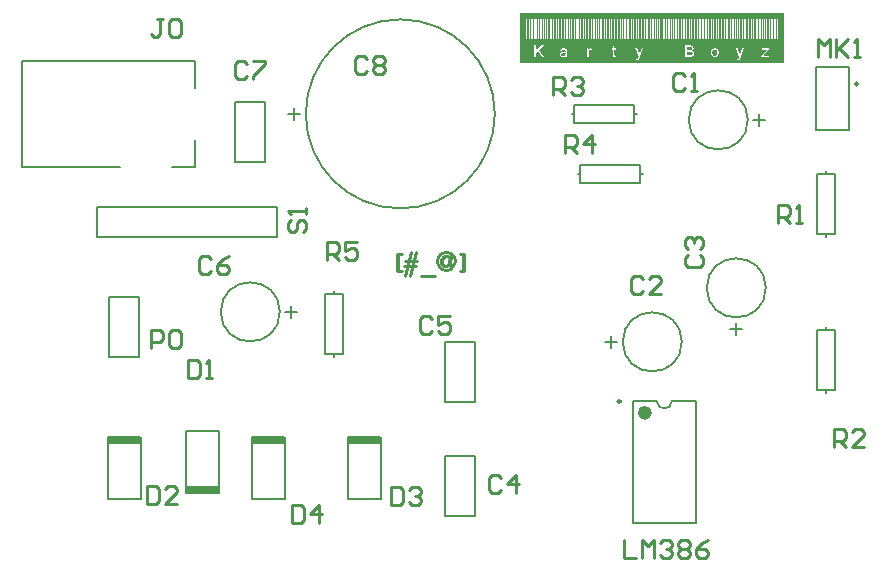
<source format=gto>
%FSLAX24Y24*%
%MOIN*%
G70*
G01*
G75*
%ADD10C,0.0100*%
%ADD11C,0.0394*%
%ADD12C,0.0551*%
%ADD13C,0.0591*%
%ADD14R,0.0591X0.0591*%
%ADD15O,0.0591X0.1575*%
%ADD16O,0.1575X0.0591*%
%ADD17O,0.0591X0.1772*%
%ADD18O,0.1575X0.0787*%
%ADD19O,0.0787X0.1575*%
%ADD20O,0.0787X0.1772*%
%ADD21R,0.0492X0.0492*%
%ADD22C,0.0492*%
%ADD23R,0.0492X0.0492*%
%ADD24R,0.0728X0.0728*%
%ADD25C,0.0728*%
%ADD26C,0.0472*%
%ADD27C,0.0787*%
%ADD28R,0.0787X0.0787*%
%ADD29R,0.0591X0.0591*%
%ADD30C,0.0079*%
%ADD31C,0.0098*%
%ADD32C,0.0236*%
%ADD33C,0.0059*%
%ADD34R,0.1102X0.0315*%
G36*
X44000Y47300D02*
X35200D01*
Y48950D01*
X44000D01*
Y47300D01*
D02*
G37*
%LPC*%
G36*
X37688Y48750D02*
X37619D01*
Y48097D01*
X37688D01*
Y48750D01*
D02*
G37*
G36*
X37585D02*
X37551D01*
Y48097D01*
X37585D01*
Y48750D01*
D02*
G37*
G36*
X37483D02*
X37449D01*
Y48097D01*
X37483D01*
Y48750D01*
D02*
G37*
G36*
X37927D02*
X37859D01*
Y48097D01*
X37927D01*
Y48750D01*
D02*
G37*
G36*
X37824D02*
X37790D01*
Y48097D01*
X37824D01*
Y48750D01*
D02*
G37*
G36*
X37756D02*
X37722D01*
Y48097D01*
X37756D01*
Y48750D01*
D02*
G37*
G36*
X37141D02*
X37073D01*
Y48097D01*
X37141D01*
Y48750D01*
D02*
G37*
G36*
X37039D02*
X37005D01*
Y48097D01*
X37039D01*
Y48750D01*
D02*
G37*
G36*
X36937D02*
X36902D01*
Y48097D01*
X36937D01*
Y48750D01*
D02*
G37*
G36*
X37380D02*
X37346D01*
Y48097D01*
X37380D01*
Y48750D01*
D02*
G37*
G36*
X37312D02*
X37278D01*
Y48097D01*
X37312D01*
Y48750D01*
D02*
G37*
G36*
X37210D02*
X37176D01*
Y48097D01*
X37210D01*
Y48750D01*
D02*
G37*
G36*
X38029D02*
X37995D01*
Y48097D01*
X38029D01*
Y48750D01*
D02*
G37*
G36*
X38815D02*
X38746D01*
Y48097D01*
X38815D01*
Y48750D01*
D02*
G37*
G36*
X38712D02*
X38644D01*
Y48097D01*
X38712D01*
Y48750D01*
D02*
G37*
G36*
X38610D02*
X38576D01*
Y48097D01*
X38610D01*
Y48750D01*
D02*
G37*
G36*
X39088D02*
X39054D01*
Y48097D01*
X39088D01*
Y48750D01*
D02*
G37*
G36*
X38985D02*
X38951D01*
Y48097D01*
X38985D01*
Y48750D01*
D02*
G37*
G36*
X38917D02*
X38883D01*
Y48097D01*
X38917D01*
Y48750D01*
D02*
G37*
G36*
X38268D02*
X38234D01*
Y48097D01*
X38268D01*
Y48750D01*
D02*
G37*
G36*
X38200D02*
X38166D01*
Y48097D01*
X38200D01*
Y48750D01*
D02*
G37*
G36*
X38098D02*
X38063D01*
Y48097D01*
X38098D01*
Y48750D01*
D02*
G37*
G36*
X38541D02*
X38507D01*
Y48097D01*
X38541D01*
Y48750D01*
D02*
G37*
G36*
X38473D02*
X38439D01*
Y48097D01*
X38473D01*
Y48750D01*
D02*
G37*
G36*
X38371D02*
X38337D01*
Y48097D01*
X38371D01*
Y48750D01*
D02*
G37*
G36*
X36868D02*
X36834D01*
Y48097D01*
X36868D01*
Y48750D01*
D02*
G37*
G36*
X37535Y47785D02*
X37531D01*
X37525Y47784D01*
X37519Y47783D01*
X37514Y47782D01*
X37509Y47780D01*
X37506Y47778D01*
X37503Y47776D01*
X37501Y47776D01*
X37500Y47775D01*
X37495Y47771D01*
X37490Y47765D01*
X37485Y47758D01*
X37480Y47751D01*
X37477Y47745D01*
X37473Y47741D01*
X37472Y47738D01*
X37471Y47737D01*
X37471Y47736D01*
Y47779D01*
X37428D01*
Y47500D01*
X37475D01*
Y47645D01*
X37476Y47656D01*
X37476Y47667D01*
X37478Y47675D01*
X37479Y47684D01*
X37480Y47691D01*
X37482Y47695D01*
X37482Y47698D01*
Y47699D01*
X37483Y47699D01*
Y47700D01*
X37485Y47706D01*
X37488Y47711D01*
X37491Y47716D01*
X37494Y47719D01*
X37496Y47722D01*
X37498Y47724D01*
X37500Y47726D01*
X37500Y47726D01*
X37505Y47729D01*
X37510Y47731D01*
X37515Y47733D01*
X37519Y47734D01*
X37523Y47735D01*
X37526Y47736D01*
X37528D01*
X37535Y47735D01*
X37541Y47734D01*
X37547Y47733D01*
X37552Y47730D01*
X37557Y47729D01*
X37560Y47727D01*
X37562Y47726D01*
X37563Y47726D01*
X37580Y47769D01*
X37570Y47774D01*
X37562Y47778D01*
X37553Y47780D01*
X37546Y47783D01*
X37540Y47783D01*
X37535Y47785D01*
D02*
G37*
G36*
X35974Y47884D02*
X35905D01*
X35714Y47694D01*
Y47884D01*
X35663D01*
Y47500D01*
X35714D01*
Y47633D01*
X35777Y47694D01*
X35914Y47500D01*
X35981D01*
X35813Y47728D01*
X35974Y47884D01*
D02*
G37*
G36*
X42652Y47779D02*
X42605D01*
X42546Y47616D01*
X42542Y47604D01*
X42538Y47593D01*
X42534Y47583D01*
X42531Y47573D01*
X42529Y47565D01*
X42528Y47561D01*
X42527Y47558D01*
X42527Y47556D01*
X42526Y47554D01*
X42526Y47554D01*
Y47553D01*
X42522Y47565D01*
X42519Y47578D01*
X42515Y47589D01*
X42512Y47598D01*
X42510Y47606D01*
X42509Y47610D01*
X42508Y47612D01*
X42507Y47614D01*
X42506Y47616D01*
X42506Y47617D01*
Y47618D01*
X42447Y47779D01*
X42397D01*
X42503Y47500D01*
X42501Y47495D01*
X42500Y47491D01*
X42499Y47489D01*
X42499Y47488D01*
X42497Y47484D01*
X42495Y47479D01*
X42492Y47471D01*
X42490Y47465D01*
X42488Y47460D01*
X42486Y47456D01*
X42485Y47455D01*
X42484Y47453D01*
Y47453D01*
X42479Y47446D01*
X42474Y47442D01*
X42472Y47441D01*
X42470Y47439D01*
X42469Y47439D01*
X42469D01*
X42465Y47436D01*
X42461Y47435D01*
X42453Y47434D01*
X42449D01*
X42446Y47433D01*
X42444D01*
X42435Y47434D01*
X42430Y47435D01*
X42426Y47435D01*
X42423Y47436D01*
X42420Y47437D01*
X42418Y47438D01*
X42417D01*
X42422Y47393D01*
X42428Y47392D01*
X42434Y47390D01*
X42439Y47389D01*
X42444Y47389D01*
X42447Y47388D01*
X42450Y47387D01*
X42453D01*
X42461Y47388D01*
X42468Y47389D01*
X42475Y47391D01*
X42480Y47393D01*
X42485Y47395D01*
X42488Y47397D01*
X42491Y47398D01*
X42491Y47399D01*
X42497Y47403D01*
X42503Y47408D01*
X42508Y47414D01*
X42512Y47420D01*
X42515Y47425D01*
X42518Y47429D01*
X42520Y47432D01*
X42520Y47432D01*
X42522Y47436D01*
X42524Y47440D01*
X42528Y47449D01*
X42533Y47460D01*
X42537Y47470D01*
X42541Y47480D01*
X42543Y47484D01*
X42544Y47488D01*
X42545Y47491D01*
X42546Y47494D01*
X42547Y47495D01*
Y47495D01*
X42652Y47779D01*
D02*
G37*
G36*
X35639Y48750D02*
X35571D01*
Y48097D01*
X35639D01*
Y48750D01*
D02*
G37*
G36*
X35537D02*
X35502D01*
Y48097D01*
X35537D01*
Y48750D01*
D02*
G37*
G36*
X35434D02*
X35400D01*
Y48097D01*
X35434D01*
Y48750D01*
D02*
G37*
G36*
X36656Y47785D02*
X36647D01*
X36634Y47784D01*
X36622Y47783D01*
X36611Y47782D01*
X36602Y47779D01*
X36594Y47778D01*
X36591Y47777D01*
X36588Y47776D01*
X36586Y47776D01*
X36585Y47775D01*
X36584Y47775D01*
X36583D01*
X36574Y47771D01*
X36565Y47766D01*
X36558Y47762D01*
X36552Y47757D01*
X36548Y47752D01*
X36544Y47750D01*
X36542Y47748D01*
X36542Y47747D01*
X36537Y47740D01*
X36532Y47731D01*
X36529Y47723D01*
X36526Y47716D01*
X36524Y47709D01*
X36522Y47704D01*
X36522Y47702D01*
Y47701D01*
X36521Y47699D01*
Y47699D01*
X36567Y47692D01*
X36570Y47702D01*
X36574Y47712D01*
X36578Y47719D01*
X36582Y47724D01*
X36585Y47729D01*
X36588Y47731D01*
X36590Y47733D01*
X36590Y47733D01*
X36597Y47737D01*
X36605Y47741D01*
X36613Y47743D01*
X36621Y47744D01*
X36628Y47745D01*
X36634Y47745D01*
X36640D01*
X36652Y47745D01*
X36663Y47743D01*
X36672Y47741D01*
X36680Y47737D01*
X36686Y47734D01*
X36690Y47732D01*
X36693Y47730D01*
X36694Y47730D01*
X36698Y47724D01*
X36702Y47718D01*
X36704Y47712D01*
X36706Y47705D01*
X36707Y47698D01*
X36707Y47693D01*
Y47691D01*
Y47690D01*
Y47689D01*
Y47688D01*
Y47688D01*
Y47685D01*
Y47681D01*
X36707Y47680D01*
Y47678D01*
Y47677D01*
Y47677D01*
X36701Y47675D01*
X36695Y47673D01*
X36682Y47670D01*
X36668Y47667D01*
X36655Y47664D01*
X36648Y47663D01*
X36642Y47663D01*
X36637Y47662D01*
X36632Y47661D01*
X36628Y47660D01*
X36625D01*
X36623Y47660D01*
X36623D01*
X36613Y47659D01*
X36604Y47657D01*
X36597Y47656D01*
X36591Y47655D01*
X36587Y47655D01*
X36583Y47653D01*
X36581Y47653D01*
X36581D01*
X36574Y47651D01*
X36567Y47649D01*
X36562Y47646D01*
X36557Y47643D01*
X36553Y47641D01*
X36549Y47639D01*
X36547Y47638D01*
X36547Y47638D01*
X36541Y47634D01*
X36537Y47629D01*
X36532Y47625D01*
X36529Y47621D01*
X36526Y47617D01*
X36524Y47614D01*
X36523Y47611D01*
X36522Y47611D01*
X36519Y47604D01*
X36517Y47597D01*
X36515Y47591D01*
X36514Y47586D01*
X36514Y47580D01*
X36513Y47576D01*
Y47574D01*
Y47573D01*
X36514Y47566D01*
X36514Y47561D01*
X36517Y47550D01*
X36521Y47540D01*
X36526Y47531D01*
X36530Y47525D01*
X36534Y47520D01*
X36537Y47517D01*
X36537Y47516D01*
X36538Y47516D01*
X36543Y47512D01*
X36548Y47509D01*
X36559Y47503D01*
X36571Y47499D01*
X36582Y47497D01*
X36592Y47495D01*
X36597Y47495D01*
X36601D01*
X36604Y47494D01*
X36608D01*
X36618Y47495D01*
X36628Y47495D01*
X36637Y47497D01*
X36644Y47498D01*
X36651Y47500D01*
X36656Y47502D01*
X36657Y47502D01*
X36659Y47502D01*
X36659Y47503D01*
X36660D01*
X36669Y47507D01*
X36678Y47512D01*
X36687Y47517D01*
X36694Y47523D01*
X36701Y47527D01*
X36706Y47531D01*
X36708Y47533D01*
X36710Y47534D01*
X36710Y47535D01*
X36711D01*
X36712Y47527D01*
X36713Y47521D01*
X36714Y47515D01*
X36716Y47510D01*
X36717Y47505D01*
X36719Y47502D01*
X36719Y47501D01*
X36720Y47500D01*
X36769D01*
X36766Y47506D01*
X36764Y47512D01*
X36762Y47517D01*
X36760Y47523D01*
X36759Y47527D01*
X36758Y47530D01*
X36757Y47533D01*
Y47533D01*
X36757Y47537D01*
X36756Y47542D01*
Y47547D01*
X36756Y47554D01*
X36755Y47568D01*
Y47582D01*
X36755Y47589D01*
Y47595D01*
Y47601D01*
Y47606D01*
Y47611D01*
Y47614D01*
Y47616D01*
Y47617D01*
Y47680D01*
Y47691D01*
X36754Y47699D01*
X36754Y47707D01*
Y47713D01*
X36753Y47717D01*
X36753Y47720D01*
X36752Y47723D01*
Y47723D01*
X36750Y47730D01*
X36748Y47736D01*
X36746Y47741D01*
X36743Y47746D01*
X36741Y47750D01*
X36739Y47752D01*
X36738Y47754D01*
X36737Y47755D01*
X36733Y47759D01*
X36728Y47764D01*
X36722Y47767D01*
X36717Y47770D01*
X36712Y47772D01*
X36708Y47775D01*
X36705Y47776D01*
X36705Y47776D01*
X36704D01*
X36695Y47779D01*
X36686Y47781D01*
X36676Y47783D01*
X36667Y47783D01*
X36659Y47784D01*
X36656Y47785D01*
D02*
G37*
G36*
X38339Y47875D02*
X38292Y47847D01*
Y47779D01*
X38257D01*
Y47742D01*
X38292D01*
Y47582D01*
Y47574D01*
X38292Y47567D01*
Y47561D01*
X38293Y47555D01*
X38293Y47550D01*
X38294Y47545D01*
X38294Y47541D01*
X38295Y47537D01*
X38296Y47532D01*
X38296Y47529D01*
X38297Y47526D01*
Y47526D01*
X38300Y47521D01*
X38303Y47517D01*
X38306Y47513D01*
X38310Y47510D01*
X38313Y47508D01*
X38315Y47506D01*
X38317Y47505D01*
X38317Y47505D01*
X38323Y47502D01*
X38329Y47500D01*
X38336Y47498D01*
X38342Y47498D01*
X38348Y47497D01*
X38353Y47497D01*
X38357D01*
X38369Y47497D01*
X38375Y47498D01*
X38381Y47498D01*
X38386Y47499D01*
X38389Y47500D01*
X38392Y47501D01*
X38393D01*
X38386Y47542D01*
X38382Y47541D01*
X38378Y47541D01*
X38374D01*
X38371Y47540D01*
X38365D01*
X38358Y47541D01*
X38353Y47542D01*
X38351Y47543D01*
X38350Y47543D01*
X38349Y47544D01*
X38349D01*
X38345Y47547D01*
X38343Y47550D01*
X38341Y47551D01*
X38341Y47552D01*
X38340Y47555D01*
X38340Y47559D01*
X38339Y47564D01*
Y47568D01*
X38339Y47572D01*
Y47575D01*
Y47578D01*
Y47579D01*
Y47742D01*
X38386D01*
Y47779D01*
X38339D01*
Y47875D01*
D02*
G37*
G36*
X41687Y47785D02*
X41682D01*
X41672Y47784D01*
X41663Y47783D01*
X41655Y47782D01*
X41646Y47779D01*
X41639Y47778D01*
X41631Y47775D01*
X41625Y47772D01*
X41619Y47769D01*
X41613Y47766D01*
X41608Y47764D01*
X41604Y47761D01*
X41601Y47758D01*
X41598Y47757D01*
X41596Y47755D01*
X41595Y47754D01*
X41594Y47754D01*
X41587Y47746D01*
X41580Y47738D01*
X41575Y47729D01*
X41570Y47720D01*
X41566Y47710D01*
X41562Y47701D01*
X41559Y47691D01*
X41557Y47682D01*
X41555Y47674D01*
X41554Y47666D01*
X41553Y47658D01*
X41552Y47652D01*
Y47646D01*
X41552Y47642D01*
Y47640D01*
Y47639D01*
X41552Y47626D01*
X41553Y47614D01*
X41555Y47603D01*
X41557Y47593D01*
X41560Y47583D01*
X41563Y47574D01*
X41566Y47566D01*
X41570Y47558D01*
X41573Y47552D01*
X41576Y47547D01*
X41579Y47542D01*
X41582Y47538D01*
X41584Y47535D01*
X41586Y47533D01*
X41587Y47531D01*
X41588Y47531D01*
X41595Y47524D01*
X41602Y47519D01*
X41610Y47514D01*
X41618Y47509D01*
X41626Y47506D01*
X41633Y47503D01*
X41641Y47501D01*
X41648Y47498D01*
X41655Y47497D01*
X41662Y47496D01*
X41667Y47495D01*
X41672Y47495D01*
X41676D01*
X41679Y47494D01*
X41682D01*
X41695Y47495D01*
X41708Y47497D01*
X41719Y47499D01*
X41729Y47502D01*
X41737Y47505D01*
X41741Y47507D01*
X41743Y47509D01*
X41746Y47509D01*
X41747Y47510D01*
X41748Y47511D01*
X41749D01*
X41760Y47518D01*
X41769Y47526D01*
X41777Y47533D01*
X41784Y47541D01*
X41789Y47548D01*
X41793Y47554D01*
X41794Y47555D01*
X41795Y47557D01*
X41796Y47558D01*
Y47558D01*
X41799Y47565D01*
X41801Y47571D01*
X41805Y47585D01*
X41808Y47599D01*
X41810Y47613D01*
X41811Y47618D01*
X41811Y47625D01*
X41812Y47629D01*
X41812Y47634D01*
Y47638D01*
Y47641D01*
Y47642D01*
Y47643D01*
X41812Y47655D01*
X41811Y47667D01*
X41809Y47677D01*
X41807Y47687D01*
X41804Y47696D01*
X41801Y47705D01*
X41797Y47712D01*
X41794Y47719D01*
X41791Y47726D01*
X41787Y47731D01*
X41784Y47736D01*
X41781Y47740D01*
X41779Y47743D01*
X41777Y47745D01*
X41776Y47746D01*
X41776Y47747D01*
X41769Y47753D01*
X41761Y47759D01*
X41754Y47764D01*
X41746Y47769D01*
X41738Y47772D01*
X41730Y47775D01*
X41722Y47778D01*
X41715Y47780D01*
X41708Y47782D01*
X41702Y47783D01*
X41696Y47783D01*
X41691Y47784D01*
X41687Y47785D01*
D02*
G37*
G36*
X39292Y47779D02*
X39245D01*
X39186Y47616D01*
X39182Y47604D01*
X39178Y47593D01*
X39174Y47583D01*
X39171Y47573D01*
X39169Y47565D01*
X39168Y47561D01*
X39167Y47558D01*
X39167Y47556D01*
X39166Y47554D01*
X39166Y47554D01*
Y47553D01*
X39162Y47565D01*
X39159Y47578D01*
X39155Y47589D01*
X39152Y47598D01*
X39150Y47606D01*
X39149Y47610D01*
X39148Y47612D01*
X39147Y47614D01*
X39146Y47616D01*
X39146Y47617D01*
Y47618D01*
X39087Y47779D01*
X39037D01*
X39143Y47500D01*
X39141Y47495D01*
X39140Y47491D01*
X39139Y47489D01*
X39139Y47488D01*
X39137Y47484D01*
X39135Y47479D01*
X39132Y47471D01*
X39130Y47465D01*
X39128Y47460D01*
X39126Y47456D01*
X39125Y47455D01*
X39124Y47453D01*
Y47453D01*
X39119Y47446D01*
X39114Y47442D01*
X39112Y47441D01*
X39110Y47439D01*
X39109Y47439D01*
X39109D01*
X39105Y47436D01*
X39101Y47435D01*
X39093Y47434D01*
X39089D01*
X39086Y47433D01*
X39084D01*
X39075Y47434D01*
X39070Y47435D01*
X39066Y47435D01*
X39063Y47436D01*
X39060Y47437D01*
X39058Y47438D01*
X39057D01*
X39062Y47393D01*
X39068Y47392D01*
X39074Y47390D01*
X39079Y47389D01*
X39084Y47389D01*
X39087Y47388D01*
X39090Y47387D01*
X39093D01*
X39101Y47388D01*
X39108Y47389D01*
X39115Y47391D01*
X39120Y47393D01*
X39125Y47395D01*
X39128Y47397D01*
X39131Y47398D01*
X39131Y47399D01*
X39137Y47403D01*
X39143Y47408D01*
X39148Y47414D01*
X39152Y47420D01*
X39155Y47425D01*
X39158Y47429D01*
X39160Y47432D01*
X39160Y47432D01*
X39162Y47436D01*
X39164Y47440D01*
X39168Y47449D01*
X39173Y47460D01*
X39177Y47470D01*
X39181Y47480D01*
X39183Y47484D01*
X39184Y47488D01*
X39185Y47491D01*
X39186Y47494D01*
X39187Y47495D01*
Y47495D01*
X39292Y47779D01*
D02*
G37*
G36*
X43477D02*
X43249D01*
Y47740D01*
X43372D01*
X43381Y47740D01*
X43390D01*
X43398Y47741D01*
X43405D01*
X43411Y47741D01*
X43416D01*
X43239Y47538D01*
Y47500D01*
X43485D01*
Y47540D01*
X43356D01*
X43335Y47540D01*
X43325Y47540D01*
X43316Y47539D01*
X43308Y47538D01*
X43305Y47538D01*
X43300D01*
X43298Y47537D01*
X43297D01*
X43326Y47570D01*
X43477Y47747D01*
Y47779D01*
D02*
G37*
G36*
X40855Y47884D02*
X40703D01*
Y47500D01*
X40849D01*
X40863Y47501D01*
X40875Y47501D01*
X40885Y47502D01*
X40894Y47503D01*
X40901Y47504D01*
X40904Y47505D01*
X40907Y47505D01*
X40909Y47505D01*
X40910Y47506D01*
X40911D01*
X40920Y47509D01*
X40929Y47512D01*
X40936Y47515D01*
X40942Y47518D01*
X40947Y47520D01*
X40950Y47523D01*
X40953Y47524D01*
X40953Y47525D01*
X40959Y47530D01*
X40965Y47536D01*
X40970Y47542D01*
X40974Y47548D01*
X40977Y47553D01*
X40980Y47557D01*
X40981Y47560D01*
X40982Y47561D01*
X40986Y47570D01*
X40988Y47579D01*
X40990Y47587D01*
X40992Y47594D01*
X40993Y47601D01*
X40993Y47607D01*
Y47608D01*
Y47610D01*
Y47611D01*
Y47611D01*
X40992Y47623D01*
X40990Y47634D01*
X40987Y47644D01*
X40984Y47653D01*
X40980Y47660D01*
X40977Y47664D01*
X40976Y47667D01*
X40975Y47668D01*
X40974Y47668D01*
Y47669D01*
X40967Y47677D01*
X40958Y47685D01*
X40949Y47691D01*
X40941Y47696D01*
X40933Y47700D01*
X40929Y47702D01*
X40927Y47702D01*
X40924Y47703D01*
X40922Y47704D01*
X40921Y47705D01*
X40921D01*
X40930Y47709D01*
X40938Y47716D01*
X40945Y47721D01*
X40951Y47726D01*
X40956Y47731D01*
X40959Y47736D01*
X40961Y47738D01*
X40961Y47739D01*
X40966Y47748D01*
X40969Y47755D01*
X40971Y47764D01*
X40973Y47771D01*
X40974Y47777D01*
X40975Y47782D01*
Y47783D01*
Y47785D01*
Y47786D01*
Y47786D01*
X40974Y47796D01*
X40972Y47805D01*
X40970Y47814D01*
X40967Y47821D01*
X40964Y47828D01*
X40962Y47832D01*
X40960Y47835D01*
X40959Y47836D01*
Y47836D01*
X40953Y47845D01*
X40946Y47853D01*
X40940Y47859D01*
X40933Y47863D01*
X40927Y47867D01*
X40922Y47870D01*
X40920Y47871D01*
X40919Y47872D01*
X40918Y47873D01*
X40918D01*
X40907Y47877D01*
X40896Y47880D01*
X40884Y47881D01*
X40873Y47883D01*
X40863Y47884D01*
X40858D01*
X40855Y47884D01*
D02*
G37*
G36*
X35741Y48750D02*
X35673D01*
Y48097D01*
X35741D01*
Y48750D01*
D02*
G37*
G36*
X36493D02*
X36459D01*
Y48097D01*
X36493D01*
Y48750D01*
D02*
G37*
G36*
X36424D02*
X36390D01*
Y48097D01*
X36424D01*
Y48750D01*
D02*
G37*
G36*
X36322D02*
X36288D01*
Y48097D01*
X36322D01*
Y48750D01*
D02*
G37*
G36*
X36800D02*
X36732D01*
Y48097D01*
X36800D01*
Y48750D01*
D02*
G37*
G36*
X36698D02*
X36663D01*
Y48097D01*
X36698D01*
Y48750D01*
D02*
G37*
G36*
X36595D02*
X36561D01*
Y48097D01*
X36595D01*
Y48750D01*
D02*
G37*
G36*
X35980D02*
X35946D01*
Y48097D01*
X35980D01*
Y48750D01*
D02*
G37*
G36*
X35912D02*
X35844D01*
Y48097D01*
X35912D01*
Y48750D01*
D02*
G37*
G36*
X35810D02*
X35776D01*
Y48097D01*
X35810D01*
Y48750D01*
D02*
G37*
G36*
X36254D02*
X36185D01*
Y48097D01*
X36254D01*
Y48750D01*
D02*
G37*
G36*
X36117D02*
X36083D01*
Y48097D01*
X36117D01*
Y48750D01*
D02*
G37*
G36*
X36049D02*
X36015D01*
Y48097D01*
X36049D01*
Y48750D01*
D02*
G37*
G36*
X39156D02*
X39122D01*
Y48097D01*
X39156D01*
Y48750D01*
D02*
G37*
G36*
X42400D02*
X42366D01*
Y48097D01*
X42400D01*
Y48750D01*
D02*
G37*
G36*
X42332D02*
X42263D01*
Y48097D01*
X42332D01*
Y48750D01*
D02*
G37*
G36*
X42229D02*
X42195D01*
Y48097D01*
X42229D01*
Y48750D01*
D02*
G37*
G36*
X42639D02*
X42605D01*
Y48097D01*
X42639D01*
Y48750D01*
D02*
G37*
G36*
X42537D02*
X42502D01*
Y48097D01*
X42537D01*
Y48750D01*
D02*
G37*
G36*
X42468D02*
X42434D01*
Y48097D01*
X42468D01*
Y48750D01*
D02*
G37*
G36*
X42127D02*
X42058D01*
Y48097D01*
X42127D01*
Y48750D01*
D02*
G37*
G36*
X41751D02*
X41717D01*
Y48097D01*
X41751D01*
Y48750D01*
D02*
G37*
G36*
X41649D02*
X41615D01*
Y48097D01*
X41649D01*
Y48750D01*
D02*
G37*
G36*
X41580D02*
X41546D01*
Y48097D01*
X41580D01*
Y48750D01*
D02*
G37*
G36*
X42024D02*
X41990D01*
Y48097D01*
X42024D01*
Y48750D01*
D02*
G37*
G36*
X41922D02*
X41888D01*
Y48097D01*
X41922D01*
Y48750D01*
D02*
G37*
G36*
X41819D02*
X41785D01*
Y48097D01*
X41819D01*
Y48750D01*
D02*
G37*
G36*
X43527D02*
X43493D01*
Y48097D01*
X43527D01*
Y48750D01*
D02*
G37*
G36*
X43424D02*
X43390D01*
Y48097D01*
X43424D01*
Y48750D01*
D02*
G37*
G36*
X43356D02*
X43322D01*
Y48097D01*
X43356D01*
Y48750D01*
D02*
G37*
G36*
X43800D02*
X43766D01*
Y48097D01*
X43800D01*
Y48750D01*
D02*
G37*
G36*
X43732D02*
X43663D01*
Y48097D01*
X43732D01*
Y48750D01*
D02*
G37*
G36*
X43629D02*
X43561D01*
Y48097D01*
X43629D01*
Y48750D01*
D02*
G37*
G36*
X43288D02*
X43254D01*
Y48097D01*
X43288D01*
Y48750D01*
D02*
G37*
G36*
X42912D02*
X42878D01*
Y48097D01*
X42912D01*
Y48750D01*
D02*
G37*
G36*
X42810D02*
X42776D01*
Y48097D01*
X42810D01*
Y48750D01*
D02*
G37*
G36*
X42707D02*
X42673D01*
Y48097D01*
X42707D01*
Y48750D01*
D02*
G37*
G36*
X43219D02*
X43151D01*
Y48097D01*
X43219D01*
Y48750D01*
D02*
G37*
G36*
X43117D02*
X43049D01*
Y48097D01*
X43117D01*
Y48750D01*
D02*
G37*
G36*
X42980D02*
X42946D01*
Y48097D01*
X42980D01*
Y48750D01*
D02*
G37*
G36*
X40078D02*
X40044D01*
Y48097D01*
X40078D01*
Y48750D01*
D02*
G37*
G36*
X40010D02*
X39941D01*
Y48097D01*
X40010D01*
Y48750D01*
D02*
G37*
G36*
X39873D02*
X39839D01*
Y48097D01*
X39873D01*
Y48750D01*
D02*
G37*
G36*
X40317D02*
X40283D01*
Y48097D01*
X40317D01*
Y48750D01*
D02*
G37*
G36*
X40249D02*
X40215D01*
Y48097D01*
X40249D01*
Y48750D01*
D02*
G37*
G36*
X40180D02*
X40112D01*
Y48097D01*
X40180D01*
Y48750D01*
D02*
G37*
G36*
X39805D02*
X39771D01*
Y48097D01*
X39805D01*
Y48750D01*
D02*
G37*
G36*
X39463D02*
X39395D01*
Y48097D01*
X39463D01*
Y48750D01*
D02*
G37*
G36*
X39361D02*
X39327D01*
Y48097D01*
X39361D01*
Y48750D01*
D02*
G37*
G36*
X39258D02*
X39224D01*
Y48097D01*
X39258D01*
Y48750D01*
D02*
G37*
G36*
X39737D02*
X39702D01*
Y48097D01*
X39737D01*
Y48750D01*
D02*
G37*
G36*
X39668D02*
X39600D01*
Y48097D01*
X39668D01*
Y48750D01*
D02*
G37*
G36*
X39566D02*
X39532D01*
Y48097D01*
X39566D01*
Y48750D01*
D02*
G37*
G36*
X41307D02*
X41273D01*
Y48097D01*
X41307D01*
Y48750D01*
D02*
G37*
G36*
X41410D02*
X41341D01*
Y48097D01*
X41410D01*
Y48750D01*
D02*
G37*
G36*
X40932D02*
X40898D01*
Y48097D01*
X40932D01*
Y48750D01*
D02*
G37*
G36*
X41137D02*
X41102D01*
Y48097D01*
X41137D01*
Y48750D01*
D02*
G37*
G36*
X41034D02*
X41000D01*
Y48097D01*
X41034D01*
Y48750D01*
D02*
G37*
G36*
X41239D02*
X41171D01*
Y48097D01*
X41239D01*
Y48750D01*
D02*
G37*
G36*
X40863D02*
X40829D01*
Y48097D01*
X40863D01*
Y48750D01*
D02*
G37*
G36*
X40590D02*
X40556D01*
Y48097D01*
X40590D01*
Y48750D01*
D02*
G37*
G36*
X40488D02*
X40454D01*
Y48097D01*
X40488D01*
Y48750D01*
D02*
G37*
G36*
X40419D02*
X40351D01*
Y48097D01*
X40419D01*
Y48750D01*
D02*
G37*
G36*
X40761D02*
X40727D01*
Y48097D01*
X40761D01*
Y48750D01*
D02*
G37*
G36*
X41478D02*
X41444D01*
Y48097D01*
X41478D01*
Y48750D01*
D02*
G37*
G36*
X40693D02*
X40624D01*
Y48097D01*
X40693D01*
Y48750D01*
D02*
G37*
%LPD*%
G36*
X40856Y47677D02*
X40867Y47677D01*
X40877Y47675D01*
X40884Y47674D01*
X40891Y47673D01*
X40895Y47672D01*
X40898Y47671D01*
X40899Y47671D01*
X40906Y47668D01*
X40912Y47665D01*
X40917Y47661D01*
X40921Y47657D01*
X40925Y47654D01*
X40927Y47651D01*
X40929Y47649D01*
X40929Y47649D01*
X40933Y47642D01*
X40936Y47636D01*
X40938Y47630D01*
X40939Y47624D01*
X40940Y47619D01*
X40941Y47615D01*
Y47613D01*
Y47611D01*
X40940Y47605D01*
X40940Y47599D01*
X40938Y47593D01*
X40937Y47589D01*
X40935Y47585D01*
X40934Y47582D01*
X40933Y47579D01*
X40933Y47579D01*
X40930Y47574D01*
X40927Y47570D01*
X40923Y47566D01*
X40920Y47563D01*
X40917Y47561D01*
X40915Y47559D01*
X40914Y47558D01*
X40913Y47558D01*
X40909Y47555D01*
X40904Y47552D01*
X40899Y47551D01*
X40894Y47550D01*
X40890Y47548D01*
X40887Y47547D01*
X40885Y47547D01*
X40884D01*
X40880Y47547D01*
X40875Y47546D01*
X40863Y47545D01*
X40754D01*
Y47677D01*
X40843D01*
X40856Y47677D01*
D02*
G37*
G36*
X40852Y47839D02*
X40857Y47838D01*
X40863Y47838D01*
X40868D01*
X40872Y47837D01*
X40876Y47836D01*
X40882Y47835D01*
X40886Y47835D01*
X40888Y47834D01*
X40889Y47833D01*
X40895Y47831D01*
X40901Y47828D01*
X40905Y47825D01*
X40909Y47821D01*
X40912Y47818D01*
X40914Y47816D01*
X40915Y47814D01*
X40915Y47814D01*
X40918Y47808D01*
X40921Y47802D01*
X40922Y47797D01*
X40924Y47792D01*
X40924Y47787D01*
X40925Y47783D01*
Y47781D01*
Y47780D01*
X40924Y47772D01*
X40923Y47766D01*
X40922Y47760D01*
X40920Y47755D01*
X40918Y47751D01*
X40916Y47748D01*
X40915Y47747D01*
X40915Y47746D01*
X40911Y47741D01*
X40906Y47737D01*
X40901Y47734D01*
X40896Y47731D01*
X40892Y47730D01*
X40888Y47728D01*
X40886Y47727D01*
X40885Y47727D01*
X40879Y47726D01*
X40872Y47724D01*
X40864Y47724D01*
X40856Y47723D01*
X40849Y47723D01*
X40754D01*
Y47839D01*
X40845D01*
X40852Y47839D01*
D02*
G37*
G36*
X36707Y47622D02*
X36706Y47611D01*
X36706Y47601D01*
X36704Y47593D01*
X36703Y47587D01*
X36702Y47582D01*
X36700Y47578D01*
X36700Y47576D01*
X36699Y47575D01*
X36695Y47568D01*
X36690Y47561D01*
X36685Y47555D01*
X36680Y47551D01*
X36675Y47547D01*
X36671Y47544D01*
X36669Y47543D01*
X36668Y47543D01*
X36668D01*
X36660Y47538D01*
X36651Y47536D01*
X36643Y47534D01*
X36636Y47533D01*
X36629Y47531D01*
X36624Y47531D01*
X36620D01*
X36610Y47531D01*
X36602Y47533D01*
X36594Y47535D01*
X36588Y47537D01*
X36584Y47540D01*
X36580Y47541D01*
X36578Y47543D01*
X36578Y47544D01*
X36573Y47548D01*
X36570Y47554D01*
X36567Y47559D01*
X36566Y47564D01*
X36565Y47568D01*
X36564Y47572D01*
Y47573D01*
Y47575D01*
X36564Y47579D01*
X36565Y47583D01*
X36566Y47587D01*
X36567Y47590D01*
X36568Y47593D01*
X36569Y47596D01*
X36570Y47597D01*
X36570Y47597D01*
X36573Y47600D01*
X36576Y47604D01*
X36582Y47608D01*
X36585Y47610D01*
X36587Y47611D01*
X36588Y47612D01*
X36589D01*
X36594Y47614D01*
X36600Y47616D01*
X36607Y47618D01*
X36614Y47619D01*
X36620Y47620D01*
X36625Y47621D01*
X36627D01*
X36628Y47621D01*
X36630D01*
X36639Y47623D01*
X36648Y47625D01*
X36656Y47626D01*
X36663Y47628D01*
X36670Y47629D01*
X36677Y47631D01*
X36682Y47632D01*
X36687Y47634D01*
X36692Y47635D01*
X36696Y47636D01*
X36699Y47637D01*
X36702Y47638D01*
X36704Y47639D01*
X36706Y47639D01*
X36706Y47639D01*
X36707D01*
Y47622D01*
D02*
G37*
G36*
X41688Y47745D02*
X41694Y47744D01*
X41706Y47741D01*
X41716Y47737D01*
X41724Y47732D01*
X41731Y47727D01*
X41736Y47723D01*
X41738Y47721D01*
X41739Y47719D01*
X41740Y47719D01*
X41740Y47719D01*
X41744Y47713D01*
X41748Y47708D01*
X41754Y47695D01*
X41758Y47682D01*
X41761Y47670D01*
X41762Y47663D01*
X41763Y47658D01*
X41763Y47653D01*
Y47649D01*
X41764Y47646D01*
Y47643D01*
Y47641D01*
Y47641D01*
Y47631D01*
X41763Y47621D01*
X41762Y47613D01*
X41760Y47605D01*
X41758Y47597D01*
X41756Y47591D01*
X41754Y47585D01*
X41752Y47579D01*
X41750Y47575D01*
X41748Y47571D01*
X41746Y47568D01*
X41744Y47565D01*
X41742Y47562D01*
X41741Y47561D01*
X41741Y47560D01*
X41740Y47559D01*
X41736Y47555D01*
X41731Y47551D01*
X41726Y47547D01*
X41721Y47544D01*
X41711Y47540D01*
X41702Y47537D01*
X41694Y47534D01*
X41691Y47534D01*
X41688Y47533D01*
X41685Y47533D01*
X41682D01*
X41675Y47533D01*
X41669Y47534D01*
X41658Y47537D01*
X41648Y47541D01*
X41639Y47547D01*
X41633Y47551D01*
X41627Y47555D01*
X41626Y47557D01*
X41624Y47558D01*
X41624Y47559D01*
X41623Y47559D01*
X41619Y47565D01*
X41616Y47571D01*
X41610Y47583D01*
X41606Y47597D01*
X41603Y47609D01*
X41602Y47615D01*
X41601Y47621D01*
X41601Y47626D01*
Y47631D01*
X41600Y47634D01*
Y47636D01*
Y47639D01*
Y47639D01*
X41601Y47649D01*
X41601Y47658D01*
X41602Y47667D01*
X41604Y47674D01*
X41606Y47681D01*
X41608Y47688D01*
X41610Y47694D01*
X41612Y47699D01*
X41614Y47704D01*
X41616Y47708D01*
X41618Y47711D01*
X41620Y47714D01*
X41621Y47716D01*
X41622Y47718D01*
X41623Y47719D01*
Y47719D01*
X41628Y47723D01*
X41633Y47728D01*
X41637Y47731D01*
X41642Y47734D01*
X41652Y47739D01*
X41661Y47742D01*
X41669Y47744D01*
X41673Y47744D01*
X41676Y47745D01*
X41678Y47745D01*
X41682D01*
X41688Y47745D01*
D02*
G37*
D10*
X23300Y48750D02*
X23100D01*
X23200D01*
Y48250D01*
X23100Y48150D01*
X23000D01*
X22900Y48250D01*
X23500Y48650D02*
X23600Y48750D01*
X23800D01*
X23900Y48650D01*
Y48250D01*
X23800Y48150D01*
X23600D01*
X23500Y48250D01*
Y48650D01*
X40700Y46850D02*
X40600Y46950D01*
X40400D01*
X40300Y46850D01*
Y46450D01*
X40400Y46350D01*
X40600D01*
X40700Y46450D01*
X40900Y46350D02*
X41100D01*
X41000D01*
Y46950D01*
X40900Y46850D01*
X39300Y40100D02*
X39200Y40200D01*
X39000D01*
X38900Y40100D01*
Y39700D01*
X39000Y39600D01*
X39200D01*
X39300Y39700D01*
X39900Y39600D02*
X39500D01*
X39900Y40000D01*
Y40100D01*
X39800Y40200D01*
X39600D01*
X39500Y40100D01*
X40800Y40900D02*
X40700Y40800D01*
Y40600D01*
X40800Y40500D01*
X41200D01*
X41300Y40600D01*
Y40800D01*
X41200Y40900D01*
X40800Y41100D02*
X40700Y41200D01*
Y41400D01*
X40800Y41500D01*
X40900D01*
X41000Y41400D01*
Y41300D01*
Y41400D01*
X41100Y41500D01*
X41200D01*
X41300Y41400D01*
Y41200D01*
X41200Y41100D01*
X34550Y33450D02*
X34450Y33550D01*
X34250D01*
X34150Y33450D01*
Y33050D01*
X34250Y32950D01*
X34450D01*
X34550Y33050D01*
X35050Y32950D02*
Y33550D01*
X34750Y33250D01*
X35150D01*
X32250Y38750D02*
X32150Y38850D01*
X31950D01*
X31850Y38750D01*
Y38350D01*
X31950Y38250D01*
X32150D01*
X32250Y38350D01*
X32850Y38850D02*
X32450D01*
Y38550D01*
X32650Y38650D01*
X32750D01*
X32850Y38550D01*
Y38350D01*
X32750Y38250D01*
X32550D01*
X32450Y38350D01*
X24900Y40750D02*
X24800Y40850D01*
X24600D01*
X24500Y40750D01*
Y40350D01*
X24600Y40250D01*
X24800D01*
X24900Y40350D01*
X25500Y40850D02*
X25300Y40750D01*
X25100Y40550D01*
Y40350D01*
X25200Y40250D01*
X25400D01*
X25500Y40350D01*
Y40450D01*
X25400Y40550D01*
X25100D01*
X26100Y47250D02*
X26000Y47350D01*
X25800D01*
X25700Y47250D01*
Y46850D01*
X25800Y46750D01*
X26000D01*
X26100Y46850D01*
X26300Y47350D02*
X26700D01*
Y47250D01*
X26300Y46850D01*
Y46750D01*
X30080Y47420D02*
X29980Y47520D01*
X29780D01*
X29680Y47420D01*
Y47020D01*
X29780Y46920D01*
X29980D01*
X30080Y47020D01*
X30280Y47420D02*
X30380Y47520D01*
X30580D01*
X30680Y47420D01*
Y47320D01*
X30580Y47220D01*
X30680Y47120D01*
Y47020D01*
X30580Y46920D01*
X30380D01*
X30280Y47020D01*
Y47120D01*
X30380Y47220D01*
X30280Y47320D01*
Y47420D01*
X30380Y47220D02*
X30580D01*
X24110Y37390D02*
Y36790D01*
X24410D01*
X24510Y36890D01*
Y37290D01*
X24410Y37390D01*
X24110D01*
X24710Y36790D02*
X24910D01*
X24810D01*
Y37390D01*
X24710Y37290D01*
X22750Y33200D02*
Y32600D01*
X23050D01*
X23150Y32700D01*
Y33100D01*
X23050Y33200D01*
X22750D01*
X23750Y32600D02*
X23350D01*
X23750Y33000D01*
Y33100D01*
X23650Y33200D01*
X23450D01*
X23350Y33100D01*
X30900Y33150D02*
Y32550D01*
X31200D01*
X31300Y32650D01*
Y33050D01*
X31200Y33150D01*
X30900D01*
X31500Y33050D02*
X31600Y33150D01*
X31800D01*
X31900Y33050D01*
Y32950D01*
X31800Y32850D01*
X31700D01*
X31800D01*
X31900Y32750D01*
Y32650D01*
X31800Y32550D01*
X31600D01*
X31500Y32650D01*
X27600Y32550D02*
Y31950D01*
X27900D01*
X28000Y32050D01*
Y32450D01*
X27900Y32550D01*
X27600D01*
X28500Y31950D02*
Y32550D01*
X28200Y32250D01*
X28600D01*
X45110Y47490D02*
Y48090D01*
X45310Y47890D01*
X45510Y48090D01*
Y47490D01*
X45710Y48090D02*
Y47490D01*
Y47690D01*
X46110Y48090D01*
X45810Y47790D01*
X46110Y47490D01*
X46310D02*
X46510D01*
X46410D01*
Y48090D01*
X46310Y47990D01*
X22900Y37800D02*
Y38400D01*
X23200D01*
X23300Y38300D01*
Y38100D01*
X23200Y38000D01*
X22900D01*
X23500Y38300D02*
X23600Y38400D01*
X23800D01*
X23900Y38300D01*
Y37900D01*
X23800Y37800D01*
X23600D01*
X23500Y37900D01*
Y38300D01*
X43800Y41950D02*
Y42550D01*
X44100D01*
X44200Y42450D01*
Y42250D01*
X44100Y42150D01*
X43800D01*
X44000D02*
X44200Y41950D01*
X44400D02*
X44600D01*
X44500D01*
Y42550D01*
X44400Y42450D01*
X45650Y34500D02*
Y35100D01*
X45950D01*
X46050Y35000D01*
Y34800D01*
X45950Y34700D01*
X45650D01*
X45850D02*
X46050Y34500D01*
X46650D02*
X46250D01*
X46650Y34900D01*
Y35000D01*
X46550Y35100D01*
X46350D01*
X46250Y35000D01*
X36280Y46240D02*
Y46840D01*
X36580D01*
X36680Y46740D01*
Y46540D01*
X36580Y46440D01*
X36280D01*
X36480D02*
X36680Y46240D01*
X36880Y46740D02*
X36980Y46840D01*
X37180D01*
X37280Y46740D01*
Y46640D01*
X37180Y46540D01*
X37080D01*
X37180D01*
X37280Y46440D01*
Y46340D01*
X37180Y46240D01*
X36980D01*
X36880Y46340D01*
X36700Y44300D02*
Y44900D01*
X37000D01*
X37100Y44800D01*
Y44600D01*
X37000Y44500D01*
X36700D01*
X36900D02*
X37100Y44300D01*
X37600D02*
Y44900D01*
X37300Y44600D01*
X37700D01*
X28765Y40715D02*
Y41315D01*
X29065D01*
X29165Y41215D01*
Y41015D01*
X29065Y40915D01*
X28765D01*
X28965D02*
X29165Y40715D01*
X29765Y41315D02*
X29365D01*
Y41015D01*
X29565Y41115D01*
X29665D01*
X29765Y41015D01*
Y40815D01*
X29665Y40715D01*
X29465D01*
X29365Y40815D01*
X27550Y42050D02*
X27450Y41950D01*
Y41750D01*
X27550Y41650D01*
X27650D01*
X27750Y41750D01*
Y41950D01*
X27850Y42050D01*
X27950D01*
X28050Y41950D01*
Y41750D01*
X27950Y41650D01*
X28050Y42250D02*
Y42450D01*
Y42350D01*
X27450D01*
X27550Y42250D01*
X38650Y31400D02*
Y30800D01*
X39050D01*
X39250D02*
Y31400D01*
X39450Y31200D01*
X39650Y31400D01*
Y30800D01*
X39850Y31300D02*
X39950Y31400D01*
X40150D01*
X40249Y31300D01*
Y31200D01*
X40150Y31100D01*
X40050D01*
X40150D01*
X40249Y31000D01*
Y30900D01*
X40150Y30800D01*
X39950D01*
X39850Y30900D01*
X40449Y31300D02*
X40549Y31400D01*
X40749D01*
X40849Y31300D01*
Y31200D01*
X40749Y31100D01*
X40849Y31000D01*
Y30900D01*
X40749Y30800D01*
X40549D01*
X40449Y30900D01*
Y31000D01*
X40549Y31100D01*
X40449Y31200D01*
Y31300D01*
X40549Y31100D02*
X40749D01*
X41449Y31400D02*
X41249Y31300D01*
X41049Y31100D01*
Y30900D01*
X41149Y30800D01*
X41349D01*
X41449Y30900D01*
Y31000D01*
X41349Y31100D01*
X41049D01*
X31100Y40943D02*
Y40371D01*
X31129Y40943D02*
Y40371D01*
X31100Y40943D02*
X31243D01*
X31100Y40371D02*
X31243D01*
X31548Y41000D02*
X31349Y40200D01*
X31720Y41000D02*
X31520Y40200D01*
X31349Y40686D02*
X31748D01*
X31320Y40514D02*
X31720D01*
X31886Y40200D02*
X32343D01*
X32848Y40771D02*
X32820Y40828D01*
X32762Y40857D01*
X32677D01*
X32620Y40828D01*
X32591Y40800D01*
X32563Y40714D01*
Y40629D01*
X32591Y40571D01*
X32648Y40543D01*
X32734D01*
X32791Y40571D01*
X32820Y40629D01*
X32677Y40857D02*
X32620Y40800D01*
X32591Y40714D01*
Y40629D01*
X32620Y40571D01*
X32648Y40543D01*
X32848Y40857D02*
X32820Y40629D01*
Y40571D01*
X32877Y40543D01*
X32934D01*
X32991Y40600D01*
X33020Y40686D01*
Y40743D01*
X32991Y40828D01*
X32962Y40886D01*
X32905Y40943D01*
X32848Y40971D01*
X32762Y41000D01*
X32677D01*
X32591Y40971D01*
X32534Y40943D01*
X32477Y40886D01*
X32448Y40828D01*
X32420Y40743D01*
Y40657D01*
X32448Y40571D01*
X32477Y40514D01*
X32534Y40457D01*
X32591Y40429D01*
X32677Y40400D01*
X32762D01*
X32848Y40429D01*
X32905Y40457D01*
X32934Y40486D01*
X32877Y40857D02*
X32848Y40629D01*
Y40571D01*
X32877Y40543D01*
X33288Y40943D02*
Y40371D01*
X33317Y40943D02*
Y40371D01*
X33174Y40943D02*
X33317D01*
X33174Y40371D02*
X33317D01*
D30*
X42784Y45400D02*
G03*
X42784Y45400I-984J0D01*
G01*
X40584Y38000D02*
G03*
X40584Y38000I-984J0D01*
G01*
X43384Y39800D02*
G03*
X43384Y39800I-984J0D01*
G01*
X27184Y39000D02*
G03*
X27184Y39000I-984J0D01*
G01*
X34350Y45600D02*
G03*
X34350Y45600I-3150J0D01*
G01*
X39750Y36028D02*
G03*
X40250Y36028I250J0D01*
G01*
X45400Y36310D02*
Y36400D01*
Y38400D02*
Y38490D01*
X45100Y36400D02*
X45400D01*
X45100D02*
Y38400D01*
X45700D01*
Y36400D02*
Y38400D01*
X45400Y36400D02*
X45700D01*
X21500Y37500D02*
Y39500D01*
Y37500D02*
X22500D01*
Y39500D01*
X21500D02*
X22500D01*
X24348Y46466D02*
Y47372D01*
X18600D02*
X24348D01*
X18600Y43828D02*
Y47372D01*
X24348Y43828D02*
Y44734D01*
X23600Y43828D02*
X24348D01*
X18600D02*
X21868D01*
X32700Y32200D02*
Y34200D01*
Y32200D02*
X33700D01*
Y34200D01*
X32700D02*
X33700D01*
X32700Y36000D02*
Y38000D01*
Y36000D02*
X33700D01*
Y38000D01*
X32700D02*
X33700D01*
X26700Y44000D02*
Y46000D01*
X25700D02*
X26700D01*
X25700Y44000D02*
Y46000D01*
Y44000D02*
X26700D01*
X24049Y35043D02*
X25151D01*
Y32957D02*
Y35043D01*
X24049Y32957D02*
Y35043D01*
X21449Y32757D02*
X22551D01*
X21449D02*
Y34843D01*
X22551Y32757D02*
Y34843D01*
X29449Y32757D02*
X30551D01*
X29449D02*
Y34843D01*
X30551Y32757D02*
Y34843D01*
X26249Y32757D02*
X27351D01*
X26249D02*
Y34843D01*
X27351Y32757D02*
Y34843D01*
X45049Y47151D02*
X46151D01*
X45049Y45049D02*
X46151D01*
Y47151D01*
X45049Y45049D02*
Y47151D01*
X45400Y41510D02*
Y41600D01*
Y43600D02*
Y43690D01*
X45100Y41600D02*
X45400D01*
X45100D02*
Y43600D01*
X45700D01*
Y41600D02*
Y43600D01*
X45400Y41600D02*
X45700D01*
X39000Y45600D02*
X39090D01*
X36910D02*
X37000D01*
X39000Y45300D02*
Y45600D01*
X37000Y45300D02*
X39000D01*
X37000D02*
Y45900D01*
X39000D01*
Y45600D02*
Y45900D01*
X39200Y43600D02*
X39290D01*
X37110D02*
X37200D01*
X39200Y43300D02*
Y43600D01*
X37200Y43300D02*
X39200D01*
X37200D02*
Y43900D01*
X39200D01*
Y43600D02*
Y43900D01*
X29000Y39600D02*
Y39690D01*
Y37510D02*
Y37600D01*
Y39600D02*
X29300D01*
Y37600D02*
Y39600D01*
X28700Y37600D02*
X29300D01*
X28700D02*
Y39600D01*
X29000D01*
X21100Y41500D02*
X27100D01*
X21100Y42500D02*
X27100D01*
X21100Y41500D02*
Y42500D01*
X27100Y41500D02*
Y42500D01*
X38957Y31972D02*
Y36028D01*
X41043Y31972D02*
Y36028D01*
X38957D02*
X39750D01*
X40250D02*
X41043D01*
X38957Y31972D02*
X41043D01*
D31*
X46456Y46600D02*
G03*
X46456Y46600I-49J0D01*
G01*
X38549Y36012D02*
G03*
X38549Y36012I-49J0D01*
G01*
D32*
X39469Y35634D02*
G03*
X39469Y35634I-118J0D01*
G01*
D33*
X43365Y45400D02*
X42971D01*
X43168Y45203D02*
Y45597D01*
X38035Y38000D02*
X38429D01*
X38232Y38197D02*
Y37803D01*
X42400Y38235D02*
Y38629D01*
X42203Y38432D02*
X42597D01*
X27765Y39000D02*
X27371D01*
X27568Y38803D02*
Y39197D01*
X27470Y45600D02*
X27863D01*
X27666Y45797D02*
Y45403D01*
D34*
X24598Y33075D02*
D03*
X22002Y34725D02*
D03*
X30004Y34725D02*
D03*
X26803Y34725D02*
D03*
M02*

</source>
